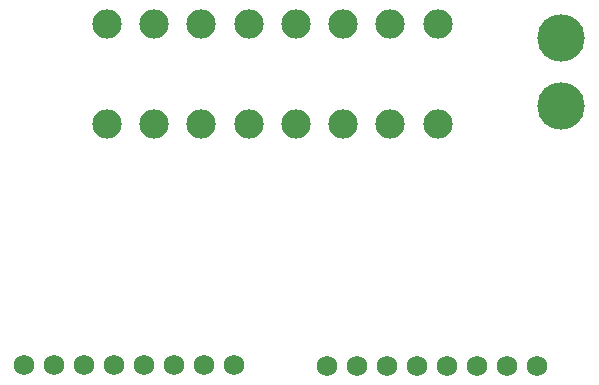
<source format=gbs>
%FSTAX23Y23*%
%MOIN*%
%SFA1B1*%

%IPPOS*%
%ADD15C,0.098000*%
%ADD16C,0.068000*%
%ADD17C,0.158000*%
%LNobdii-bo-1*%
%LPD*%
G54D15*
X01784Y00318D03*
X01626D03*
X01469D03*
X01311D03*
X01154D03*
X00996D03*
X00839D03*
X00681D03*
Y00652D03*
X00839D03*
X00996D03*
X01154D03*
X01311D03*
X01469D03*
X01626D03*
X01784D03*
G54D16*
X01414Y-00488D03*
X01514D03*
X01714D03*
X01814D03*
X01914D03*
X02014D03*
X02114D03*
X01614D03*
X00406Y-00486D03*
X00506D03*
X00706D03*
X00806D03*
X00906D03*
X01006D03*
X01106D03*
X00606D03*
G54D17*
X02194Y00603D03*
Y00378D03*
M02*
</source>
